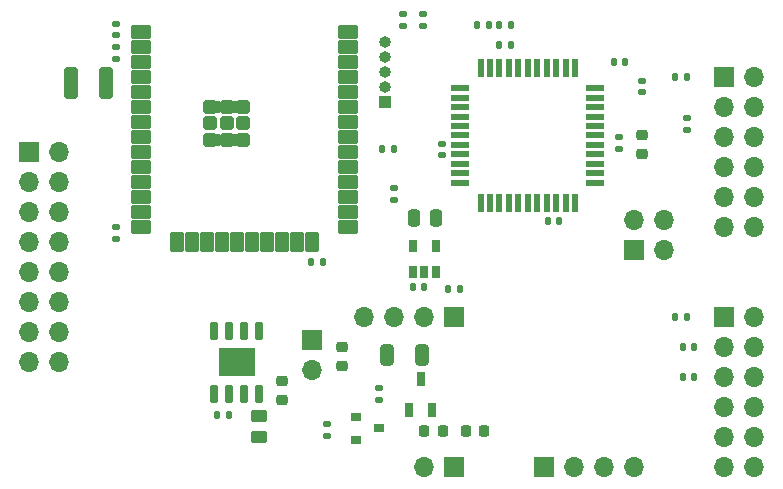
<source format=gbr>
%TF.GenerationSoftware,KiCad,Pcbnew,6.0.11+dfsg-1*%
%TF.CreationDate,2023-02-19T01:07:10+01:00*%
%TF.ProjectId,Mainboard,4d61696e-626f-4617-9264-2e6b69636164,rev?*%
%TF.SameCoordinates,Original*%
%TF.FileFunction,Soldermask,Top*%
%TF.FilePolarity,Negative*%
%FSLAX46Y46*%
G04 Gerber Fmt 4.6, Leading zero omitted, Abs format (unit mm)*
G04 Created by KiCad (PCBNEW 6.0.11+dfsg-1) date 2023-02-19 01:07:10*
%MOMM*%
%LPD*%
G01*
G04 APERTURE LIST*
G04 Aperture macros list*
%AMRoundRect*
0 Rectangle with rounded corners*
0 $1 Rounding radius*
0 $2 $3 $4 $5 $6 $7 $8 $9 X,Y pos of 4 corners*
0 Add a 4 corners polygon primitive as box body*
4,1,4,$2,$3,$4,$5,$6,$7,$8,$9,$2,$3,0*
0 Add four circle primitives for the rounded corners*
1,1,$1+$1,$2,$3*
1,1,$1+$1,$4,$5*
1,1,$1+$1,$6,$7*
1,1,$1+$1,$8,$9*
0 Add four rect primitives between the rounded corners*
20,1,$1+$1,$2,$3,$4,$5,0*
20,1,$1+$1,$4,$5,$6,$7,0*
20,1,$1+$1,$6,$7,$8,$9,0*
20,1,$1+$1,$8,$9,$2,$3,0*%
G04 Aperture macros list end*
%ADD10R,1.700000X1.700000*%
%ADD11O,1.700000X1.700000*%
%ADD12RoundRect,0.135000X0.135000X0.185000X-0.135000X0.185000X-0.135000X-0.185000X0.135000X-0.185000X0*%
%ADD13RoundRect,0.140000X0.140000X0.170000X-0.140000X0.170000X-0.140000X-0.170000X0.140000X-0.170000X0*%
%ADD14RoundRect,0.140000X-0.140000X-0.170000X0.140000X-0.170000X0.140000X0.170000X-0.140000X0.170000X0*%
%ADD15R,0.550000X1.500000*%
%ADD16R,1.500000X0.550000*%
%ADD17R,1.000000X1.000000*%
%ADD18O,1.000000X1.000000*%
%ADD19RoundRect,0.140000X0.170000X-0.140000X0.170000X0.140000X-0.170000X0.140000X-0.170000X-0.140000X0*%
%ADD20RoundRect,0.135000X-0.185000X0.135000X-0.185000X-0.135000X0.185000X-0.135000X0.185000X0.135000X0*%
%ADD21RoundRect,0.101600X-0.750000X-0.450000X0.750000X-0.450000X0.750000X0.450000X-0.750000X0.450000X0*%
%ADD22RoundRect,0.101600X0.450000X-0.750000X0.450000X0.750000X-0.450000X0.750000X-0.450000X-0.750000X0*%
%ADD23RoundRect,0.101600X-0.450000X-0.450000X0.450000X-0.450000X0.450000X0.450000X-0.450000X0.450000X0*%
%ADD24C,1.061200*%
%ADD25RoundRect,0.135000X-0.135000X-0.185000X0.135000X-0.185000X0.135000X0.185000X-0.135000X0.185000X0*%
%ADD26RoundRect,0.218750X0.256250X-0.218750X0.256250X0.218750X-0.256250X0.218750X-0.256250X-0.218750X0*%
%ADD27R,0.900000X0.800000*%
%ADD28RoundRect,0.135000X0.185000X-0.135000X0.185000X0.135000X-0.185000X0.135000X-0.185000X-0.135000X0*%
%ADD29RoundRect,0.218750X-0.218750X-0.256250X0.218750X-0.256250X0.218750X0.256250X-0.218750X0.256250X0*%
%ADD30RoundRect,0.250000X-0.250000X-0.475000X0.250000X-0.475000X0.250000X0.475000X-0.250000X0.475000X0*%
%ADD31R,0.650000X1.060000*%
%ADD32RoundRect,0.218750X0.218750X0.256250X-0.218750X0.256250X-0.218750X-0.256250X0.218750X-0.256250X0*%
%ADD33R,0.650000X1.220000*%
%ADD34RoundRect,0.225000X0.250000X-0.225000X0.250000X0.225000X-0.250000X0.225000X-0.250000X-0.225000X0*%
%ADD35RoundRect,0.140000X-0.170000X0.140000X-0.170000X-0.140000X0.170000X-0.140000X0.170000X0.140000X0*%
%ADD36RoundRect,0.150000X0.150000X-0.650000X0.150000X0.650000X-0.150000X0.650000X-0.150000X-0.650000X0*%
%ADD37R,3.100000X2.410000*%
%ADD38RoundRect,0.249999X-0.450001X0.262501X-0.450001X-0.262501X0.450001X-0.262501X0.450001X0.262501X0*%
%ADD39RoundRect,0.249999X0.325001X0.650001X-0.325001X0.650001X-0.325001X-0.650001X0.325001X-0.650001X0*%
%ADD40RoundRect,0.250000X0.325000X1.100000X-0.325000X1.100000X-0.325000X-1.100000X0.325000X-1.100000X0*%
G04 APERTURE END LIST*
%TO.C,U1*%
G36*
X130900000Y-52725000D02*
G01*
X130000000Y-52725000D01*
X130000000Y-51825000D01*
X130900000Y-51825000D01*
X130900000Y-52725000D01*
G37*
G36*
X133700000Y-51325000D02*
G01*
X132800000Y-51325000D01*
X132800000Y-50425000D01*
X133700000Y-50425000D01*
X133700000Y-51325000D01*
G37*
G36*
X132300000Y-49925000D02*
G01*
X131400000Y-49925000D01*
X131400000Y-49025000D01*
X132300000Y-49025000D01*
X132300000Y-49925000D01*
G37*
G36*
X133700000Y-49925000D02*
G01*
X132800000Y-49925000D01*
X132800000Y-49025000D01*
X133700000Y-49025000D01*
X133700000Y-49925000D01*
G37*
G36*
X132300000Y-51325000D02*
G01*
X131400000Y-51325000D01*
X131400000Y-50425000D01*
X132300000Y-50425000D01*
X132300000Y-51325000D01*
G37*
G36*
X132300000Y-52725000D02*
G01*
X131400000Y-52725000D01*
X131400000Y-51825000D01*
X132300000Y-51825000D01*
X132300000Y-52725000D01*
G37*
G36*
X133700000Y-52725000D02*
G01*
X132800000Y-52725000D01*
X132800000Y-51825000D01*
X133700000Y-51825000D01*
X133700000Y-52725000D01*
G37*
G36*
X130900000Y-51325000D02*
G01*
X130000000Y-51325000D01*
X130000000Y-50425000D01*
X130900000Y-50425000D01*
X130900000Y-51325000D01*
G37*
G36*
X130900000Y-49925000D02*
G01*
X130000000Y-49925000D01*
X130000000Y-49025000D01*
X130900000Y-49025000D01*
X130900000Y-49925000D01*
G37*
%TD*%
D10*
%TO.C,J4*%
X173990000Y-67310000D03*
D11*
X176530000Y-67310000D03*
X173990000Y-69850000D03*
X176530000Y-69850000D03*
X173990000Y-72390000D03*
X176530000Y-72390000D03*
X173990000Y-74930000D03*
X176530000Y-74930000D03*
X173990000Y-77470000D03*
X176530000Y-77470000D03*
X173990000Y-80010000D03*
X176530000Y-80010000D03*
%TD*%
D12*
%TO.C,R5*%
X170815000Y-46990000D03*
X169795000Y-46990000D03*
%TD*%
%TO.C,R6*%
X170815000Y-67310000D03*
X169795000Y-67310000D03*
%TD*%
D13*
%TO.C,C3*%
X160020000Y-59182000D03*
X159060000Y-59182000D03*
%TD*%
D14*
%TO.C,C5*%
X154940000Y-44290000D03*
X155900000Y-44290000D03*
%TD*%
D15*
%TO.C,U2*%
X161353000Y-46210000D03*
X160553000Y-46210000D03*
X159753000Y-46210000D03*
X158953000Y-46210000D03*
X158153000Y-46210000D03*
X157353000Y-46210000D03*
X156553000Y-46210000D03*
X155753000Y-46210000D03*
X154953000Y-46210000D03*
X154153000Y-46210000D03*
X153353000Y-46210000D03*
D16*
X151653000Y-47910000D03*
X151653000Y-48710000D03*
X151653000Y-49510000D03*
X151653000Y-50310000D03*
X151653000Y-51110000D03*
X151653000Y-51910000D03*
X151653000Y-52710000D03*
X151653000Y-53510000D03*
X151653000Y-54310000D03*
X151653000Y-55110000D03*
X151653000Y-55910000D03*
D15*
X153353000Y-57610000D03*
X154153000Y-57610000D03*
X154953000Y-57610000D03*
X155753000Y-57610000D03*
X156553000Y-57610000D03*
X157353000Y-57610000D03*
X158153000Y-57610000D03*
X158953000Y-57610000D03*
X159753000Y-57610000D03*
X160553000Y-57610000D03*
X161353000Y-57610000D03*
D16*
X163053000Y-55910000D03*
X163053000Y-55110000D03*
X163053000Y-54310000D03*
X163053000Y-53510000D03*
X163053000Y-52710000D03*
X163053000Y-51910000D03*
X163053000Y-51110000D03*
X163053000Y-50310000D03*
X163053000Y-49510000D03*
X163053000Y-48710000D03*
X163053000Y-47910000D03*
%TD*%
D17*
%TO.C,J1*%
X145288000Y-49116000D03*
D18*
X145288000Y-47846000D03*
X145288000Y-46576000D03*
X145288000Y-45306000D03*
X145288000Y-44036000D03*
%TD*%
D19*
%TO.C,C6*%
X165100000Y-53030000D03*
X165100000Y-52070000D03*
%TD*%
D14*
%TO.C,C2*%
X154940000Y-42545000D03*
X155900000Y-42545000D03*
%TD*%
D20*
%TO.C,R4*%
X122461000Y-59686000D03*
X122461000Y-60706000D03*
%TD*%
D19*
%TO.C,C1*%
X122461000Y-43434000D03*
X122461000Y-42474000D03*
%TD*%
D20*
%TO.C,R1*%
X122461000Y-44446000D03*
X122461000Y-45466000D03*
%TD*%
D21*
%TO.C,U1*%
X124600000Y-43180000D03*
X124600000Y-44450000D03*
X124600000Y-45720000D03*
X124600000Y-46990000D03*
X124600000Y-48260000D03*
X124600000Y-49530000D03*
X124600000Y-50800000D03*
X124600000Y-52070000D03*
X124600000Y-53340000D03*
X124600000Y-54610000D03*
X124600000Y-55880000D03*
X124600000Y-57150000D03*
X124600000Y-58420000D03*
X124600000Y-59690000D03*
D22*
X127635000Y-60915000D03*
X128905000Y-60915000D03*
X130175000Y-60915000D03*
X131445000Y-60915000D03*
X132715000Y-60915000D03*
X133985000Y-60915000D03*
X135255000Y-60915000D03*
X136525000Y-60915000D03*
X137795000Y-60915000D03*
X139065000Y-60915000D03*
D21*
X142100000Y-59690000D03*
X142100000Y-58420000D03*
X142100000Y-57150000D03*
X142100000Y-55880000D03*
X142100000Y-54610000D03*
X142100000Y-53340000D03*
X142100000Y-52070000D03*
X142100000Y-50800000D03*
X142100000Y-49530000D03*
X142100000Y-48260000D03*
X142100000Y-46990000D03*
X142100000Y-45720000D03*
X142100000Y-44450000D03*
X142100000Y-43180000D03*
D23*
X130450000Y-49465000D03*
D24*
X132550000Y-49465000D03*
D23*
X131850000Y-50865000D03*
X133250000Y-52265000D03*
X131850000Y-49465000D03*
X133250000Y-49465000D03*
X131850000Y-52265000D03*
X130450000Y-50865000D03*
D24*
X132550000Y-52265000D03*
X131150000Y-52265000D03*
X131150000Y-49465000D03*
D23*
X133250000Y-50865000D03*
X130450000Y-52265000D03*
%TD*%
D25*
%TO.C,R3*%
X138971000Y-62616000D03*
X139991000Y-62616000D03*
%TD*%
D10*
%TO.C,J3*%
X173990000Y-46990000D03*
D11*
X176530000Y-46990000D03*
X173990000Y-49530000D03*
X176530000Y-49530000D03*
X173990000Y-52070000D03*
X176530000Y-52070000D03*
X173990000Y-54610000D03*
X176530000Y-54610000D03*
X173990000Y-57150000D03*
X176530000Y-57150000D03*
X173990000Y-59690000D03*
X176530000Y-59690000D03*
%TD*%
D26*
%TO.C,FB1*%
X167005000Y-53492500D03*
X167005000Y-51917500D03*
%TD*%
D10*
%TO.C,J5*%
X166370000Y-61595000D03*
D11*
X166370000Y-59055000D03*
X168910000Y-61595000D03*
X168910000Y-59055000D03*
%TD*%
D10*
%TO.C,J6*%
X158750000Y-80010000D03*
D11*
X161290000Y-80010000D03*
X163830000Y-80010000D03*
X166370000Y-80010000D03*
%TD*%
D10*
%TO.C,J7*%
X139065000Y-69215000D03*
D11*
X139065000Y-71755000D03*
%TD*%
D27*
%TO.C,Q1*%
X142780000Y-75758000D03*
X142780000Y-77658000D03*
X144780000Y-76708000D03*
%TD*%
D28*
%TO.C,R7*%
X144780000Y-74295000D03*
X144780000Y-73275000D03*
%TD*%
D29*
%TO.C,D2*%
X152095000Y-76962000D03*
X153670000Y-76962000D03*
%TD*%
D10*
%TO.C,J8*%
X151130000Y-80010000D03*
D11*
X148590000Y-80010000D03*
%TD*%
D10*
%TO.C,J9*%
X151130000Y-67310000D03*
D11*
X148590000Y-67310000D03*
X146050000Y-67310000D03*
X143510000Y-67310000D03*
%TD*%
D14*
%TO.C,C7*%
X147630000Y-64770000D03*
X148590000Y-64770000D03*
%TD*%
D30*
%TO.C,C8*%
X147706000Y-58928000D03*
X149606000Y-58928000D03*
%TD*%
D31*
%TO.C,U3*%
X147640000Y-63500000D03*
X148590000Y-63500000D03*
X149540000Y-63500000D03*
X149540000Y-61300000D03*
X147640000Y-61300000D03*
%TD*%
D32*
%TO.C,D1*%
X150165000Y-76962000D03*
X148590000Y-76962000D03*
%TD*%
D33*
%TO.C,Q2*%
X147325000Y-75184000D03*
X149225000Y-75184000D03*
X148275000Y-72564000D03*
%TD*%
D14*
%TO.C,C9*%
X164648000Y-45720000D03*
X165608000Y-45720000D03*
%TD*%
D25*
%TO.C,R9*%
X145032000Y-53086000D03*
X146052000Y-53086000D03*
%TD*%
D12*
%TO.C,R10*%
X132080000Y-75565000D03*
X131060000Y-75565000D03*
%TD*%
D34*
%TO.C,C10*%
X141605000Y-71400000D03*
X141605000Y-69850000D03*
%TD*%
D14*
%TO.C,C11*%
X170490000Y-72390000D03*
X171450000Y-72390000D03*
%TD*%
%TO.C,C12*%
X170490000Y-69850000D03*
X171450000Y-69850000D03*
%TD*%
D19*
%TO.C,C13*%
X170815000Y-51435000D03*
X170815000Y-50475000D03*
%TD*%
D35*
%TO.C,C14*%
X167005000Y-47300000D03*
X167005000Y-48260000D03*
%TD*%
D36*
%TO.C,U4*%
X130810000Y-73770000D03*
X132080000Y-73770000D03*
X133350000Y-73770000D03*
X134620000Y-73770000D03*
X134620000Y-68470000D03*
X133350000Y-68470000D03*
X132080000Y-68470000D03*
X130810000Y-68470000D03*
D37*
X132715000Y-71120000D03*
%TD*%
D38*
%TO.C,R11*%
X134620000Y-75645000D03*
X134620000Y-77470000D03*
%TD*%
D34*
%TO.C,C15*%
X136525000Y-74295000D03*
X136525000Y-72745000D03*
%TD*%
D39*
%TO.C,C16*%
X148365000Y-70485000D03*
X145415000Y-70485000D03*
%TD*%
D40*
%TO.C,C17*%
X121617000Y-47498000D03*
X118667000Y-47498000D03*
%TD*%
D12*
%TO.C,R2*%
X154055000Y-42545000D03*
X153035000Y-42545000D03*
%TD*%
D19*
%TO.C,C4*%
X150114000Y-53566000D03*
X150114000Y-52606000D03*
%TD*%
D20*
%TO.C,R8*%
X146050000Y-56386000D03*
X146050000Y-57406000D03*
%TD*%
D12*
%TO.C,R12*%
X151640000Y-64897000D03*
X150620000Y-64897000D03*
%TD*%
D20*
%TO.C,R15*%
X148463000Y-41654000D03*
X148463000Y-42674000D03*
%TD*%
%TO.C,R14*%
X146812000Y-41654000D03*
X146812000Y-42674000D03*
%TD*%
%TO.C,R13*%
X140335000Y-76325000D03*
X140335000Y-77345000D03*
%TD*%
D10*
%TO.C,J2*%
X115095000Y-53340000D03*
D11*
X117635000Y-53340000D03*
X115095000Y-55880000D03*
X117635000Y-55880000D03*
X115095000Y-58420000D03*
X117635000Y-58420000D03*
X115095000Y-60960000D03*
X117635000Y-60960000D03*
X115095000Y-63500000D03*
X117635000Y-63500000D03*
X115095000Y-66040000D03*
X117635000Y-66040000D03*
X115095000Y-68580000D03*
X117635000Y-68580000D03*
X115095000Y-71120000D03*
X117635000Y-71120000D03*
%TD*%
M02*

</source>
